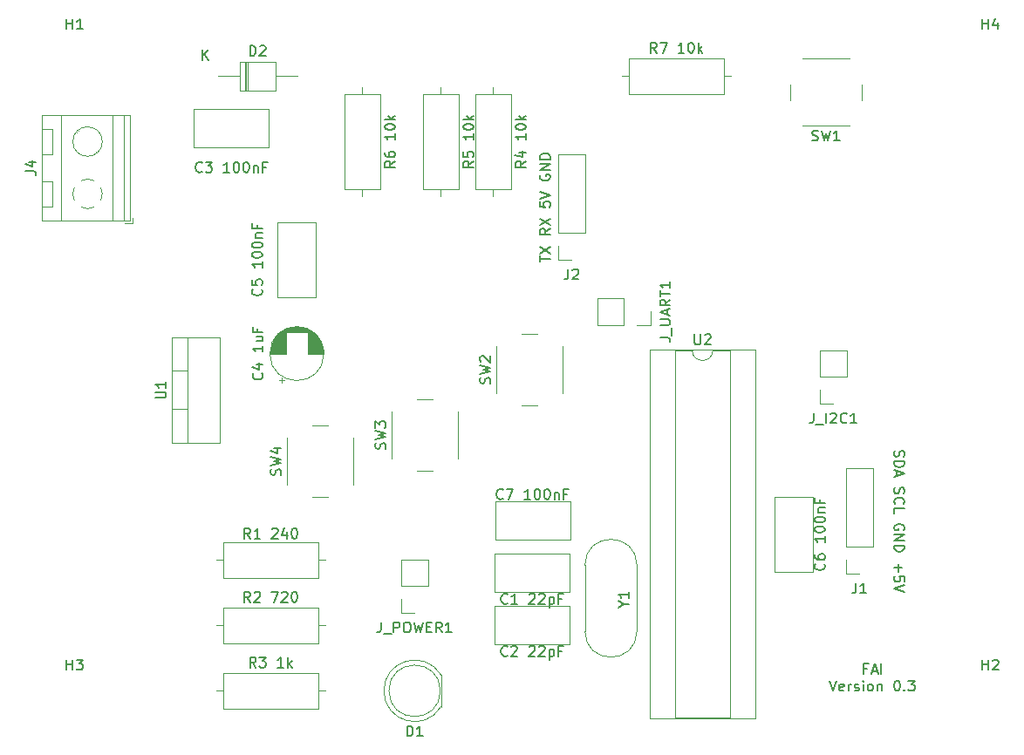
<source format=gbr>
%TF.GenerationSoftware,KiCad,Pcbnew,(5.1.6)-1*%
%TF.CreationDate,2020-10-24T11:54:38+02:00*%
%TF.ProjectId,Basic_Clock,42617369-635f-4436-9c6f-636b2e6b6963,rev?*%
%TF.SameCoordinates,Original*%
%TF.FileFunction,Legend,Top*%
%TF.FilePolarity,Positive*%
%FSLAX46Y46*%
G04 Gerber Fmt 4.6, Leading zero omitted, Abs format (unit mm)*
G04 Created by KiCad (PCBNEW (5.1.6)-1) date 2020-10-24 11:54:38*
%MOMM*%
%LPD*%
G01*
G04 APERTURE LIST*
%ADD10C,0.150000*%
%ADD11C,0.120000*%
G04 APERTURE END LIST*
D10*
X120245238Y-145614285D02*
X120197619Y-145757142D01*
X120197619Y-145995238D01*
X120245238Y-146090476D01*
X120292857Y-146138095D01*
X120388095Y-146185714D01*
X120483333Y-146185714D01*
X120578571Y-146138095D01*
X120626190Y-146090476D01*
X120673809Y-145995238D01*
X120721428Y-145804761D01*
X120769047Y-145709523D01*
X120816666Y-145661904D01*
X120911904Y-145614285D01*
X121007142Y-145614285D01*
X121102380Y-145661904D01*
X121150000Y-145709523D01*
X121197619Y-145804761D01*
X121197619Y-146042857D01*
X121150000Y-146185714D01*
X120197619Y-146614285D02*
X121197619Y-146614285D01*
X121197619Y-146852380D01*
X121150000Y-146995238D01*
X121054761Y-147090476D01*
X120959523Y-147138095D01*
X120769047Y-147185714D01*
X120626190Y-147185714D01*
X120435714Y-147138095D01*
X120340476Y-147090476D01*
X120245238Y-146995238D01*
X120197619Y-146852380D01*
X120197619Y-146614285D01*
X120483333Y-147566666D02*
X120483333Y-148042857D01*
X120197619Y-147471428D02*
X121197619Y-147804761D01*
X120197619Y-148138095D01*
X120245238Y-149185714D02*
X120197619Y-149328571D01*
X120197619Y-149566666D01*
X120245238Y-149661904D01*
X120292857Y-149709523D01*
X120388095Y-149757142D01*
X120483333Y-149757142D01*
X120578571Y-149709523D01*
X120626190Y-149661904D01*
X120673809Y-149566666D01*
X120721428Y-149376190D01*
X120769047Y-149280952D01*
X120816666Y-149233333D01*
X120911904Y-149185714D01*
X121007142Y-149185714D01*
X121102380Y-149233333D01*
X121150000Y-149280952D01*
X121197619Y-149376190D01*
X121197619Y-149614285D01*
X121150000Y-149757142D01*
X120292857Y-150757142D02*
X120245238Y-150709523D01*
X120197619Y-150566666D01*
X120197619Y-150471428D01*
X120245238Y-150328571D01*
X120340476Y-150233333D01*
X120435714Y-150185714D01*
X120626190Y-150138095D01*
X120769047Y-150138095D01*
X120959523Y-150185714D01*
X121054761Y-150233333D01*
X121150000Y-150328571D01*
X121197619Y-150471428D01*
X121197619Y-150566666D01*
X121150000Y-150709523D01*
X121102380Y-150757142D01*
X120197619Y-151661904D02*
X120197619Y-151185714D01*
X121197619Y-151185714D01*
X121150000Y-153280952D02*
X121197619Y-153185714D01*
X121197619Y-153042857D01*
X121150000Y-152900000D01*
X121054761Y-152804761D01*
X120959523Y-152757142D01*
X120769047Y-152709523D01*
X120626190Y-152709523D01*
X120435714Y-152757142D01*
X120340476Y-152804761D01*
X120245238Y-152900000D01*
X120197619Y-153042857D01*
X120197619Y-153138095D01*
X120245238Y-153280952D01*
X120292857Y-153328571D01*
X120626190Y-153328571D01*
X120626190Y-153138095D01*
X120197619Y-153757142D02*
X121197619Y-153757142D01*
X120197619Y-154328571D01*
X121197619Y-154328571D01*
X120197619Y-154804761D02*
X121197619Y-154804761D01*
X121197619Y-155042857D01*
X121150000Y-155185714D01*
X121054761Y-155280952D01*
X120959523Y-155328571D01*
X120769047Y-155376190D01*
X120626190Y-155376190D01*
X120435714Y-155328571D01*
X120340476Y-155280952D01*
X120245238Y-155185714D01*
X120197619Y-155042857D01*
X120197619Y-154804761D01*
X120578571Y-156566666D02*
X120578571Y-157328571D01*
X120197619Y-156947619D02*
X120959523Y-156947619D01*
X121197619Y-158280952D02*
X121197619Y-157804761D01*
X120721428Y-157757142D01*
X120769047Y-157804761D01*
X120816666Y-157900000D01*
X120816666Y-158138095D01*
X120769047Y-158233333D01*
X120721428Y-158280952D01*
X120626190Y-158328571D01*
X120388095Y-158328571D01*
X120292857Y-158280952D01*
X120245238Y-158233333D01*
X120197619Y-158138095D01*
X120197619Y-157900000D01*
X120245238Y-157804761D01*
X120292857Y-157757142D01*
X121197619Y-158614285D02*
X120197619Y-158947619D01*
X121197619Y-159280952D01*
X117586190Y-166743571D02*
X117252857Y-166743571D01*
X117252857Y-167267380D02*
X117252857Y-166267380D01*
X117729047Y-166267380D01*
X118062380Y-166981666D02*
X118538571Y-166981666D01*
X117967142Y-167267380D02*
X118300476Y-166267380D01*
X118633809Y-167267380D01*
X118967142Y-167267380D02*
X118967142Y-166267380D01*
X113919523Y-167917380D02*
X114252857Y-168917380D01*
X114586190Y-167917380D01*
X115300476Y-168869761D02*
X115205238Y-168917380D01*
X115014761Y-168917380D01*
X114919523Y-168869761D01*
X114871904Y-168774523D01*
X114871904Y-168393571D01*
X114919523Y-168298333D01*
X115014761Y-168250714D01*
X115205238Y-168250714D01*
X115300476Y-168298333D01*
X115348095Y-168393571D01*
X115348095Y-168488809D01*
X114871904Y-168584047D01*
X115776666Y-168917380D02*
X115776666Y-168250714D01*
X115776666Y-168441190D02*
X115824285Y-168345952D01*
X115871904Y-168298333D01*
X115967142Y-168250714D01*
X116062380Y-168250714D01*
X116348095Y-168869761D02*
X116443333Y-168917380D01*
X116633809Y-168917380D01*
X116729047Y-168869761D01*
X116776666Y-168774523D01*
X116776666Y-168726904D01*
X116729047Y-168631666D01*
X116633809Y-168584047D01*
X116490952Y-168584047D01*
X116395714Y-168536428D01*
X116348095Y-168441190D01*
X116348095Y-168393571D01*
X116395714Y-168298333D01*
X116490952Y-168250714D01*
X116633809Y-168250714D01*
X116729047Y-168298333D01*
X117205238Y-168917380D02*
X117205238Y-168250714D01*
X117205238Y-167917380D02*
X117157619Y-167965000D01*
X117205238Y-168012619D01*
X117252857Y-167965000D01*
X117205238Y-167917380D01*
X117205238Y-168012619D01*
X117824285Y-168917380D02*
X117729047Y-168869761D01*
X117681428Y-168822142D01*
X117633809Y-168726904D01*
X117633809Y-168441190D01*
X117681428Y-168345952D01*
X117729047Y-168298333D01*
X117824285Y-168250714D01*
X117967142Y-168250714D01*
X118062380Y-168298333D01*
X118110000Y-168345952D01*
X118157619Y-168441190D01*
X118157619Y-168726904D01*
X118110000Y-168822142D01*
X118062380Y-168869761D01*
X117967142Y-168917380D01*
X117824285Y-168917380D01*
X118586190Y-168250714D02*
X118586190Y-168917380D01*
X118586190Y-168345952D02*
X118633809Y-168298333D01*
X118729047Y-168250714D01*
X118871904Y-168250714D01*
X118967142Y-168298333D01*
X119014761Y-168393571D01*
X119014761Y-168917380D01*
X120443333Y-167917380D02*
X120538571Y-167917380D01*
X120633809Y-167965000D01*
X120681428Y-168012619D01*
X120729047Y-168107857D01*
X120776666Y-168298333D01*
X120776666Y-168536428D01*
X120729047Y-168726904D01*
X120681428Y-168822142D01*
X120633809Y-168869761D01*
X120538571Y-168917380D01*
X120443333Y-168917380D01*
X120348095Y-168869761D01*
X120300476Y-168822142D01*
X120252857Y-168726904D01*
X120205238Y-168536428D01*
X120205238Y-168298333D01*
X120252857Y-168107857D01*
X120300476Y-168012619D01*
X120348095Y-167965000D01*
X120443333Y-167917380D01*
X121205238Y-168822142D02*
X121252857Y-168869761D01*
X121205238Y-168917380D01*
X121157619Y-168869761D01*
X121205238Y-168822142D01*
X121205238Y-168917380D01*
X121586190Y-167917380D02*
X122205238Y-167917380D01*
X121871904Y-168298333D01*
X122014761Y-168298333D01*
X122110000Y-168345952D01*
X122157619Y-168393571D01*
X122205238Y-168488809D01*
X122205238Y-168726904D01*
X122157619Y-168822142D01*
X122110000Y-168869761D01*
X122014761Y-168917380D01*
X121729047Y-168917380D01*
X121633809Y-168869761D01*
X121586190Y-168822142D01*
X85812380Y-127229523D02*
X85812380Y-126658095D01*
X86812380Y-126943809D02*
X85812380Y-126943809D01*
X85812380Y-126420000D02*
X86812380Y-125753333D01*
X85812380Y-125753333D02*
X86812380Y-126420000D01*
X86812380Y-124039047D02*
X86336190Y-124372380D01*
X86812380Y-124610476D02*
X85812380Y-124610476D01*
X85812380Y-124229523D01*
X85860000Y-124134285D01*
X85907619Y-124086666D01*
X86002857Y-124039047D01*
X86145714Y-124039047D01*
X86240952Y-124086666D01*
X86288571Y-124134285D01*
X86336190Y-124229523D01*
X86336190Y-124610476D01*
X85812380Y-123705714D02*
X86812380Y-123039047D01*
X85812380Y-123039047D02*
X86812380Y-123705714D01*
X85812380Y-121420000D02*
X85812380Y-121896190D01*
X86288571Y-121943809D01*
X86240952Y-121896190D01*
X86193333Y-121800952D01*
X86193333Y-121562857D01*
X86240952Y-121467619D01*
X86288571Y-121420000D01*
X86383809Y-121372380D01*
X86621904Y-121372380D01*
X86717142Y-121420000D01*
X86764761Y-121467619D01*
X86812380Y-121562857D01*
X86812380Y-121800952D01*
X86764761Y-121896190D01*
X86717142Y-121943809D01*
X85812380Y-121086666D02*
X86812380Y-120753333D01*
X85812380Y-120420000D01*
X85860000Y-118800952D02*
X85812380Y-118896190D01*
X85812380Y-119039047D01*
X85860000Y-119181904D01*
X85955238Y-119277142D01*
X86050476Y-119324761D01*
X86240952Y-119372380D01*
X86383809Y-119372380D01*
X86574285Y-119324761D01*
X86669523Y-119277142D01*
X86764761Y-119181904D01*
X86812380Y-119039047D01*
X86812380Y-118943809D01*
X86764761Y-118800952D01*
X86717142Y-118753333D01*
X86383809Y-118753333D01*
X86383809Y-118943809D01*
X86812380Y-118324761D02*
X85812380Y-118324761D01*
X86812380Y-117753333D01*
X85812380Y-117753333D01*
X86812380Y-117277142D02*
X85812380Y-117277142D01*
X85812380Y-117039047D01*
X85860000Y-116896190D01*
X85955238Y-116800952D01*
X86050476Y-116753333D01*
X86240952Y-116705714D01*
X86383809Y-116705714D01*
X86574285Y-116753333D01*
X86669523Y-116800952D01*
X86764761Y-116896190D01*
X86812380Y-117039047D01*
X86812380Y-117277142D01*
D11*
%TO.C,J_UART1*%
X93980000Y-130750000D02*
X93980000Y-133410000D01*
X93980000Y-130750000D02*
X91380000Y-130750000D01*
X91380000Y-130750000D02*
X91380000Y-133410000D01*
X93980000Y-133410000D02*
X91380000Y-133410000D01*
X96580000Y-133410000D02*
X95250000Y-133410000D01*
X96580000Y-132080000D02*
X96580000Y-133410000D01*
%TO.C,J_POWER1*%
X74990000Y-158750000D02*
X72330000Y-158750000D01*
X74990000Y-158750000D02*
X74990000Y-156150000D01*
X74990000Y-156150000D02*
X72330000Y-156150000D01*
X72330000Y-158750000D02*
X72330000Y-156150000D01*
X72330000Y-161350000D02*
X72330000Y-160020000D01*
X73660000Y-161350000D02*
X72330000Y-161350000D01*
%TO.C,J_I2C1*%
X115630000Y-138430000D02*
X112970000Y-138430000D01*
X115630000Y-138430000D02*
X115630000Y-135830000D01*
X115630000Y-135830000D02*
X112970000Y-135830000D01*
X112970000Y-138430000D02*
X112970000Y-135830000D01*
X112970000Y-141030000D02*
X112970000Y-139700000D01*
X114300000Y-141030000D02*
X112970000Y-141030000D01*
%TO.C,C5 100nF*%
X60360000Y-130660000D02*
X60360000Y-123420000D01*
X64100000Y-130660000D02*
X64100000Y-123420000D01*
X60360000Y-130660000D02*
X64100000Y-130660000D01*
X60360000Y-123420000D02*
X64100000Y-123420000D01*
%TO.C,SW4*%
X65230000Y-143110000D02*
X63730000Y-143110000D01*
X61230000Y-144360000D02*
X61230000Y-148860000D01*
X63730000Y-150110000D02*
X65230000Y-150110000D01*
X67730000Y-148860000D02*
X67730000Y-144360000D01*
%TO.C,J2*%
X90230000Y-124460000D02*
X87570000Y-124460000D01*
X90230000Y-124460000D02*
X90230000Y-116780000D01*
X90230000Y-116780000D02*
X87570000Y-116780000D01*
X87570000Y-124460000D02*
X87570000Y-116780000D01*
X87570000Y-127060000D02*
X87570000Y-125730000D01*
X88900000Y-127060000D02*
X87570000Y-127060000D01*
%TO.C,J1*%
X118170000Y-154940000D02*
X115510000Y-154940000D01*
X118170000Y-154940000D02*
X118170000Y-147260000D01*
X118170000Y-147260000D02*
X115510000Y-147260000D01*
X115510000Y-154940000D02*
X115510000Y-147260000D01*
X115510000Y-157540000D02*
X115510000Y-156210000D01*
X116840000Y-157540000D02*
X115510000Y-157540000D01*
%TO.C,Y1*%
X95235000Y-156720000D02*
X95235000Y-163120000D01*
X90185000Y-156720000D02*
X90185000Y-163120000D01*
X90185000Y-163120000D02*
G75*
G03*
X95235000Y-163120000I2525000J0D01*
G01*
X90185000Y-156720000D02*
G75*
G02*
X95235000Y-156720000I2525000J0D01*
G01*
%TO.C,U1*%
X50070000Y-144820000D02*
X50070000Y-134580000D01*
X54711000Y-144820000D02*
X54711000Y-134580000D01*
X50070000Y-144820000D02*
X54711000Y-144820000D01*
X50070000Y-134580000D02*
X54711000Y-134580000D01*
X51580000Y-144820000D02*
X51580000Y-134580000D01*
X50070000Y-141550000D02*
X51580000Y-141550000D01*
X50070000Y-137849000D02*
X51580000Y-137849000D01*
%TO.C,SW3*%
X77890000Y-146320000D02*
X77890000Y-141820000D01*
X73890000Y-147570000D02*
X75390000Y-147570000D01*
X71390000Y-141820000D02*
X71390000Y-146320000D01*
X75390000Y-140570000D02*
X73890000Y-140570000D01*
%TO.C,SW2*%
X88050000Y-139970000D02*
X88050000Y-135470000D01*
X84050000Y-141220000D02*
X85550000Y-141220000D01*
X81550000Y-135470000D02*
X81550000Y-139970000D01*
X85550000Y-134220000D02*
X84050000Y-134220000D01*
%TO.C,SW1*%
X115840000Y-107530000D02*
X111340000Y-107530000D01*
X117090000Y-111530000D02*
X117090000Y-110030000D01*
X111340000Y-114030000D02*
X115840000Y-114030000D01*
X110090000Y-110030000D02*
X110090000Y-111530000D01*
%TO.C,D1*%
X76220000Y-170455000D02*
X76220000Y-167365000D01*
X76160000Y-168910000D02*
G75*
G03*
X76160000Y-168910000I-2500000J0D01*
G01*
X70670000Y-168910462D02*
G75*
G02*
X76220000Y-167365170I2990000J462D01*
G01*
X70670000Y-168909538D02*
G75*
G03*
X76220000Y-170454830I2990000J-462D01*
G01*
%TO.C,C1 22pF*%
X81430000Y-155610000D02*
X88670000Y-155610000D01*
X81430000Y-159350000D02*
X88670000Y-159350000D01*
X81430000Y-155610000D02*
X81430000Y-159350000D01*
X88670000Y-155610000D02*
X88670000Y-159350000D01*
%TO.C,C2 22pF*%
X88670000Y-160690000D02*
X88670000Y-164430000D01*
X81430000Y-160690000D02*
X81430000Y-164430000D01*
X81430000Y-164430000D02*
X88670000Y-164430000D01*
X81430000Y-160690000D02*
X88670000Y-160690000D01*
%TO.C,C3 100nF*%
X59460000Y-112430000D02*
X59460000Y-116170000D01*
X52220000Y-112430000D02*
X52220000Y-116170000D01*
X52220000Y-116170000D02*
X59460000Y-116170000D01*
X52220000Y-112430000D02*
X59460000Y-112430000D01*
%TO.C,C4 1uF*%
X60505000Y-138714775D02*
X61005000Y-138714775D01*
X60755000Y-138964775D02*
X60755000Y-138464775D01*
X61946000Y-133559000D02*
X62514000Y-133559000D01*
X61712000Y-133599000D02*
X62748000Y-133599000D01*
X61553000Y-133639000D02*
X62907000Y-133639000D01*
X61425000Y-133679000D02*
X63035000Y-133679000D01*
X61315000Y-133719000D02*
X63145000Y-133719000D01*
X61219000Y-133759000D02*
X63241000Y-133759000D01*
X61132000Y-133799000D02*
X63328000Y-133799000D01*
X61052000Y-133839000D02*
X63408000Y-133839000D01*
X60979000Y-133879000D02*
X63481000Y-133879000D01*
X60911000Y-133919000D02*
X63549000Y-133919000D01*
X60847000Y-133959000D02*
X63613000Y-133959000D01*
X60787000Y-133999000D02*
X63673000Y-133999000D01*
X60730000Y-134039000D02*
X63730000Y-134039000D01*
X60676000Y-134079000D02*
X63784000Y-134079000D01*
X60625000Y-134119000D02*
X63835000Y-134119000D01*
X63270000Y-134159000D02*
X63883000Y-134159000D01*
X60577000Y-134159000D02*
X61190000Y-134159000D01*
X63270000Y-134199000D02*
X63929000Y-134199000D01*
X60531000Y-134199000D02*
X61190000Y-134199000D01*
X63270000Y-134239000D02*
X63973000Y-134239000D01*
X60487000Y-134239000D02*
X61190000Y-134239000D01*
X63270000Y-134279000D02*
X64015000Y-134279000D01*
X60445000Y-134279000D02*
X61190000Y-134279000D01*
X63270000Y-134319000D02*
X64056000Y-134319000D01*
X60404000Y-134319000D02*
X61190000Y-134319000D01*
X63270000Y-134359000D02*
X64094000Y-134359000D01*
X60366000Y-134359000D02*
X61190000Y-134359000D01*
X63270000Y-134399000D02*
X64131000Y-134399000D01*
X60329000Y-134399000D02*
X61190000Y-134399000D01*
X63270000Y-134439000D02*
X64167000Y-134439000D01*
X60293000Y-134439000D02*
X61190000Y-134439000D01*
X63270000Y-134479000D02*
X64201000Y-134479000D01*
X60259000Y-134479000D02*
X61190000Y-134479000D01*
X63270000Y-134519000D02*
X64234000Y-134519000D01*
X60226000Y-134519000D02*
X61190000Y-134519000D01*
X63270000Y-134559000D02*
X64265000Y-134559000D01*
X60195000Y-134559000D02*
X61190000Y-134559000D01*
X63270000Y-134599000D02*
X64295000Y-134599000D01*
X60165000Y-134599000D02*
X61190000Y-134599000D01*
X63270000Y-134639000D02*
X64325000Y-134639000D01*
X60135000Y-134639000D02*
X61190000Y-134639000D01*
X63270000Y-134679000D02*
X64352000Y-134679000D01*
X60108000Y-134679000D02*
X61190000Y-134679000D01*
X63270000Y-134719000D02*
X64379000Y-134719000D01*
X60081000Y-134719000D02*
X61190000Y-134719000D01*
X63270000Y-134759000D02*
X64405000Y-134759000D01*
X60055000Y-134759000D02*
X61190000Y-134759000D01*
X63270000Y-134799000D02*
X64430000Y-134799000D01*
X60030000Y-134799000D02*
X61190000Y-134799000D01*
X63270000Y-134839000D02*
X64454000Y-134839000D01*
X60006000Y-134839000D02*
X61190000Y-134839000D01*
X63270000Y-134879000D02*
X64477000Y-134879000D01*
X59983000Y-134879000D02*
X61190000Y-134879000D01*
X63270000Y-134919000D02*
X64498000Y-134919000D01*
X59962000Y-134919000D02*
X61190000Y-134919000D01*
X63270000Y-134959000D02*
X64520000Y-134959000D01*
X59940000Y-134959000D02*
X61190000Y-134959000D01*
X63270000Y-134999000D02*
X64540000Y-134999000D01*
X59920000Y-134999000D02*
X61190000Y-134999000D01*
X63270000Y-135039000D02*
X64559000Y-135039000D01*
X59901000Y-135039000D02*
X61190000Y-135039000D01*
X63270000Y-135079000D02*
X64578000Y-135079000D01*
X59882000Y-135079000D02*
X61190000Y-135079000D01*
X63270000Y-135119000D02*
X64595000Y-135119000D01*
X59865000Y-135119000D02*
X61190000Y-135119000D01*
X63270000Y-135159000D02*
X64612000Y-135159000D01*
X59848000Y-135159000D02*
X61190000Y-135159000D01*
X63270000Y-135199000D02*
X64628000Y-135199000D01*
X59832000Y-135199000D02*
X61190000Y-135199000D01*
X63270000Y-135239000D02*
X64644000Y-135239000D01*
X59816000Y-135239000D02*
X61190000Y-135239000D01*
X63270000Y-135279000D02*
X64658000Y-135279000D01*
X59802000Y-135279000D02*
X61190000Y-135279000D01*
X63270000Y-135319000D02*
X64672000Y-135319000D01*
X59788000Y-135319000D02*
X61190000Y-135319000D01*
X63270000Y-135359000D02*
X64685000Y-135359000D01*
X59775000Y-135359000D02*
X61190000Y-135359000D01*
X63270000Y-135399000D02*
X64698000Y-135399000D01*
X59762000Y-135399000D02*
X61190000Y-135399000D01*
X63270000Y-135439000D02*
X64710000Y-135439000D01*
X59750000Y-135439000D02*
X61190000Y-135439000D01*
X63270000Y-135480000D02*
X64721000Y-135480000D01*
X59739000Y-135480000D02*
X61190000Y-135480000D01*
X63270000Y-135520000D02*
X64731000Y-135520000D01*
X59729000Y-135520000D02*
X61190000Y-135520000D01*
X63270000Y-135560000D02*
X64741000Y-135560000D01*
X59719000Y-135560000D02*
X61190000Y-135560000D01*
X63270000Y-135600000D02*
X64750000Y-135600000D01*
X59710000Y-135600000D02*
X61190000Y-135600000D01*
X63270000Y-135640000D02*
X64758000Y-135640000D01*
X59702000Y-135640000D02*
X61190000Y-135640000D01*
X63270000Y-135680000D02*
X64766000Y-135680000D01*
X59694000Y-135680000D02*
X61190000Y-135680000D01*
X63270000Y-135720000D02*
X64773000Y-135720000D01*
X59687000Y-135720000D02*
X61190000Y-135720000D01*
X63270000Y-135760000D02*
X64780000Y-135760000D01*
X59680000Y-135760000D02*
X61190000Y-135760000D01*
X63270000Y-135800000D02*
X64786000Y-135800000D01*
X59674000Y-135800000D02*
X61190000Y-135800000D01*
X63270000Y-135840000D02*
X64791000Y-135840000D01*
X59669000Y-135840000D02*
X61190000Y-135840000D01*
X63270000Y-135880000D02*
X64795000Y-135880000D01*
X59665000Y-135880000D02*
X61190000Y-135880000D01*
X63270000Y-135920000D02*
X64799000Y-135920000D01*
X59661000Y-135920000D02*
X61190000Y-135920000D01*
X63270000Y-135960000D02*
X64803000Y-135960000D01*
X59657000Y-135960000D02*
X61190000Y-135960000D01*
X63270000Y-136000000D02*
X64806000Y-136000000D01*
X59654000Y-136000000D02*
X61190000Y-136000000D01*
X63270000Y-136040000D02*
X64808000Y-136040000D01*
X59652000Y-136040000D02*
X61190000Y-136040000D01*
X63270000Y-136080000D02*
X64809000Y-136080000D01*
X59651000Y-136080000D02*
X61190000Y-136080000D01*
X59650000Y-136120000D02*
X61190000Y-136120000D01*
X63270000Y-136120000D02*
X64810000Y-136120000D01*
X59650000Y-136160000D02*
X61190000Y-136160000D01*
X63270000Y-136160000D02*
X64810000Y-136160000D01*
X64850000Y-136160000D02*
G75*
G03*
X64850000Y-136160000I-2620000J0D01*
G01*
%TO.C,C6 100nF*%
X108620000Y-150090000D02*
X112360000Y-150090000D01*
X108620000Y-157330000D02*
X112360000Y-157330000D01*
X112360000Y-157330000D02*
X112360000Y-150090000D01*
X108620000Y-157330000D02*
X108620000Y-150090000D01*
%TO.C,C7 100nF*%
X88750000Y-154270000D02*
X81510000Y-154270000D01*
X88750000Y-150530000D02*
X81510000Y-150530000D01*
X88750000Y-154270000D02*
X88750000Y-150530000D01*
X81510000Y-154270000D02*
X81510000Y-150530000D01*
%TO.C,U2*%
X106740000Y-135770000D02*
X96460000Y-135770000D01*
X106740000Y-171570000D02*
X106740000Y-135770000D01*
X96460000Y-171570000D02*
X106740000Y-171570000D01*
X96460000Y-135770000D02*
X96460000Y-171570000D01*
X104250000Y-135830000D02*
X102600000Y-135830000D01*
X104250000Y-171510000D02*
X104250000Y-135830000D01*
X98950000Y-171510000D02*
X104250000Y-171510000D01*
X98950000Y-135830000D02*
X98950000Y-171510000D01*
X100600000Y-135830000D02*
X98950000Y-135830000D01*
X102600000Y-135830000D02*
G75*
G02*
X100600000Y-135830000I-1000000J0D01*
G01*
%TO.C,D2*%
X57180000Y-107800000D02*
X57180000Y-110640000D01*
X57420000Y-107800000D02*
X57420000Y-110640000D01*
X57300000Y-107800000D02*
X57300000Y-110640000D01*
X62260000Y-109220000D02*
X60140000Y-109220000D01*
X54580000Y-109220000D02*
X56700000Y-109220000D01*
X60140000Y-107800000D02*
X56700000Y-107800000D01*
X60140000Y-110640000D02*
X60140000Y-107800000D01*
X56700000Y-110640000D02*
X60140000Y-110640000D01*
X56700000Y-107800000D02*
X56700000Y-110640000D01*
%TO.C,R1 240*%
X64310000Y-157930000D02*
X64310000Y-154490000D01*
X64310000Y-154490000D02*
X55070000Y-154490000D01*
X55070000Y-154490000D02*
X55070000Y-157930000D01*
X55070000Y-157930000D02*
X64310000Y-157930000D01*
X65000000Y-156210000D02*
X64310000Y-156210000D01*
X54380000Y-156210000D02*
X55070000Y-156210000D01*
%TO.C,R2 720*%
X65000000Y-162560000D02*
X64310000Y-162560000D01*
X54380000Y-162560000D02*
X55070000Y-162560000D01*
X64310000Y-160840000D02*
X55070000Y-160840000D01*
X64310000Y-164280000D02*
X64310000Y-160840000D01*
X55070000Y-164280000D02*
X64310000Y-164280000D01*
X55070000Y-160840000D02*
X55070000Y-164280000D01*
%TO.C,R3 1k*%
X55070000Y-167190000D02*
X55070000Y-170630000D01*
X55070000Y-170630000D02*
X64310000Y-170630000D01*
X64310000Y-170630000D02*
X64310000Y-167190000D01*
X64310000Y-167190000D02*
X55070000Y-167190000D01*
X54380000Y-168910000D02*
X55070000Y-168910000D01*
X65000000Y-168910000D02*
X64310000Y-168910000D01*
%TO.C,R4 10k*%
X81280000Y-120880000D02*
X81280000Y-120190000D01*
X81280000Y-110260000D02*
X81280000Y-110950000D01*
X83000000Y-120190000D02*
X83000000Y-110950000D01*
X79560000Y-120190000D02*
X83000000Y-120190000D01*
X79560000Y-110950000D02*
X79560000Y-120190000D01*
X83000000Y-110950000D02*
X79560000Y-110950000D01*
%TO.C,R5 10k*%
X77920000Y-110950000D02*
X74480000Y-110950000D01*
X74480000Y-110950000D02*
X74480000Y-120190000D01*
X74480000Y-120190000D02*
X77920000Y-120190000D01*
X77920000Y-120190000D02*
X77920000Y-110950000D01*
X76200000Y-110260000D02*
X76200000Y-110950000D01*
X76200000Y-120880000D02*
X76200000Y-120190000D01*
%TO.C,R6 10k*%
X68580000Y-120880000D02*
X68580000Y-120190000D01*
X68580000Y-110260000D02*
X68580000Y-110950000D01*
X70300000Y-120190000D02*
X70300000Y-110950000D01*
X66860000Y-120190000D02*
X70300000Y-120190000D01*
X66860000Y-110950000D02*
X66860000Y-120190000D01*
X70300000Y-110950000D02*
X66860000Y-110950000D01*
%TO.C,J4*%
X43340000Y-115570000D02*
G75*
G03*
X43340000Y-115570000I-1430000J0D01*
G01*
X45460000Y-123250000D02*
X45460000Y-112970000D01*
X44360000Y-123250000D02*
X44360000Y-112970000D01*
X39360000Y-123250000D02*
X39360000Y-112970000D01*
X37450000Y-123250000D02*
X37450000Y-112970000D01*
X46020000Y-123250000D02*
X46020000Y-112970000D01*
X37450000Y-123250000D02*
X46020000Y-123250000D01*
X37450000Y-112970000D02*
X46020000Y-112970000D01*
X37510000Y-121900000D02*
X37510000Y-119400000D01*
X38510000Y-121900000D02*
X38510000Y-119400000D01*
X37510000Y-121900000D02*
X38510000Y-121900000D01*
X37510000Y-119400000D02*
X38510000Y-119400000D01*
X41000000Y-114485000D02*
X41059000Y-114545000D01*
X42955000Y-116440000D02*
X42995000Y-116480000D01*
X40825000Y-114659000D02*
X40865000Y-114699000D01*
X42760000Y-116594000D02*
X42820000Y-116654000D01*
X37510000Y-116820000D02*
X37510000Y-114320000D01*
X38510000Y-116820000D02*
X38510000Y-114320000D01*
X37510000Y-116820000D02*
X38510000Y-116820000D01*
X37510000Y-114320000D02*
X38510000Y-114320000D01*
X45520000Y-123490000D02*
X46260000Y-123490000D01*
X46260000Y-123490000D02*
X46260000Y-122990000D01*
X43195275Y-120023129D02*
G75*
G02*
X43340000Y-120650000I-1285275J-626871D01*
G01*
X41282638Y-119364176D02*
G75*
G02*
X42537000Y-119364000I627362J-1285824D01*
G01*
X40624176Y-121277362D02*
G75*
G02*
X40624000Y-120023000I1285824J627362D01*
G01*
X42536746Y-121936611D02*
G75*
G02*
X41282000Y-121936000I-626746J1286611D01*
G01*
X43340940Y-120625720D02*
G75*
G02*
X43196000Y-121278000I-1430940J-24280D01*
G01*
%TO.C,R7 10k*%
X94440000Y-107500000D02*
X94440000Y-110940000D01*
X94440000Y-110940000D02*
X103680000Y-110940000D01*
X103680000Y-110940000D02*
X103680000Y-107500000D01*
X103680000Y-107500000D02*
X94440000Y-107500000D01*
X93750000Y-109220000D02*
X94440000Y-109220000D01*
X104370000Y-109220000D02*
X103680000Y-109220000D01*
%TO.C,J_UART1*%
D10*
X97472380Y-134627619D02*
X98186666Y-134627619D01*
X98329523Y-134675238D01*
X98424761Y-134770476D01*
X98472380Y-134913333D01*
X98472380Y-135008571D01*
X98567619Y-134389523D02*
X98567619Y-133627619D01*
X97472380Y-133389523D02*
X98281904Y-133389523D01*
X98377142Y-133341904D01*
X98424761Y-133294285D01*
X98472380Y-133199047D01*
X98472380Y-133008571D01*
X98424761Y-132913333D01*
X98377142Y-132865714D01*
X98281904Y-132818095D01*
X97472380Y-132818095D01*
X98186666Y-132389523D02*
X98186666Y-131913333D01*
X98472380Y-132484761D02*
X97472380Y-132151428D01*
X98472380Y-131818095D01*
X98472380Y-130913333D02*
X97996190Y-131246666D01*
X98472380Y-131484761D02*
X97472380Y-131484761D01*
X97472380Y-131103809D01*
X97520000Y-131008571D01*
X97567619Y-130960952D01*
X97662857Y-130913333D01*
X97805714Y-130913333D01*
X97900952Y-130960952D01*
X97948571Y-131008571D01*
X97996190Y-131103809D01*
X97996190Y-131484761D01*
X97472380Y-130627619D02*
X97472380Y-130056190D01*
X98472380Y-130341904D02*
X97472380Y-130341904D01*
X98472380Y-129199047D02*
X98472380Y-129770476D01*
X98472380Y-129484761D02*
X97472380Y-129484761D01*
X97615238Y-129580000D01*
X97710476Y-129675238D01*
X97758095Y-129770476D01*
%TO.C,J_POWER1*%
X70398095Y-162242380D02*
X70398095Y-162956666D01*
X70350476Y-163099523D01*
X70255238Y-163194761D01*
X70112380Y-163242380D01*
X70017142Y-163242380D01*
X70636190Y-163337619D02*
X71398095Y-163337619D01*
X71636190Y-163242380D02*
X71636190Y-162242380D01*
X72017142Y-162242380D01*
X72112380Y-162290000D01*
X72160000Y-162337619D01*
X72207619Y-162432857D01*
X72207619Y-162575714D01*
X72160000Y-162670952D01*
X72112380Y-162718571D01*
X72017142Y-162766190D01*
X71636190Y-162766190D01*
X72826666Y-162242380D02*
X73017142Y-162242380D01*
X73112380Y-162290000D01*
X73207619Y-162385238D01*
X73255238Y-162575714D01*
X73255238Y-162909047D01*
X73207619Y-163099523D01*
X73112380Y-163194761D01*
X73017142Y-163242380D01*
X72826666Y-163242380D01*
X72731428Y-163194761D01*
X72636190Y-163099523D01*
X72588571Y-162909047D01*
X72588571Y-162575714D01*
X72636190Y-162385238D01*
X72731428Y-162290000D01*
X72826666Y-162242380D01*
X73588571Y-162242380D02*
X73826666Y-163242380D01*
X74017142Y-162528095D01*
X74207619Y-163242380D01*
X74445714Y-162242380D01*
X74826666Y-162718571D02*
X75160000Y-162718571D01*
X75302857Y-163242380D02*
X74826666Y-163242380D01*
X74826666Y-162242380D01*
X75302857Y-162242380D01*
X76302857Y-163242380D02*
X75969523Y-162766190D01*
X75731428Y-163242380D02*
X75731428Y-162242380D01*
X76112380Y-162242380D01*
X76207619Y-162290000D01*
X76255238Y-162337619D01*
X76302857Y-162432857D01*
X76302857Y-162575714D01*
X76255238Y-162670952D01*
X76207619Y-162718571D01*
X76112380Y-162766190D01*
X75731428Y-162766190D01*
X77255238Y-163242380D02*
X76683809Y-163242380D01*
X76969523Y-163242380D02*
X76969523Y-162242380D01*
X76874285Y-162385238D01*
X76779047Y-162480476D01*
X76683809Y-162528095D01*
%TO.C,J_I2C1*%
X112371428Y-141922380D02*
X112371428Y-142636666D01*
X112323809Y-142779523D01*
X112228571Y-142874761D01*
X112085714Y-142922380D01*
X111990476Y-142922380D01*
X112609523Y-143017619D02*
X113371428Y-143017619D01*
X113609523Y-142922380D02*
X113609523Y-141922380D01*
X114038095Y-142017619D02*
X114085714Y-141970000D01*
X114180952Y-141922380D01*
X114419047Y-141922380D01*
X114514285Y-141970000D01*
X114561904Y-142017619D01*
X114609523Y-142112857D01*
X114609523Y-142208095D01*
X114561904Y-142350952D01*
X113990476Y-142922380D01*
X114609523Y-142922380D01*
X115609523Y-142827142D02*
X115561904Y-142874761D01*
X115419047Y-142922380D01*
X115323809Y-142922380D01*
X115180952Y-142874761D01*
X115085714Y-142779523D01*
X115038095Y-142684285D01*
X114990476Y-142493809D01*
X114990476Y-142350952D01*
X115038095Y-142160476D01*
X115085714Y-142065238D01*
X115180952Y-141970000D01*
X115323809Y-141922380D01*
X115419047Y-141922380D01*
X115561904Y-141970000D01*
X115609523Y-142017619D01*
X116561904Y-142922380D02*
X115990476Y-142922380D01*
X116276190Y-142922380D02*
X116276190Y-141922380D01*
X116180952Y-142065238D01*
X116085714Y-142160476D01*
X115990476Y-142208095D01*
%TO.C,C5 100nF*%
X58777142Y-129897142D02*
X58824761Y-129944761D01*
X58872380Y-130087619D01*
X58872380Y-130182857D01*
X58824761Y-130325714D01*
X58729523Y-130420952D01*
X58634285Y-130468571D01*
X58443809Y-130516190D01*
X58300952Y-130516190D01*
X58110476Y-130468571D01*
X58015238Y-130420952D01*
X57920000Y-130325714D01*
X57872380Y-130182857D01*
X57872380Y-130087619D01*
X57920000Y-129944761D01*
X57967619Y-129897142D01*
X57872380Y-128992380D02*
X57872380Y-129468571D01*
X58348571Y-129516190D01*
X58300952Y-129468571D01*
X58253333Y-129373333D01*
X58253333Y-129135238D01*
X58300952Y-129040000D01*
X58348571Y-128992380D01*
X58443809Y-128944761D01*
X58681904Y-128944761D01*
X58777142Y-128992380D01*
X58824761Y-129040000D01*
X58872380Y-129135238D01*
X58872380Y-129373333D01*
X58824761Y-129468571D01*
X58777142Y-129516190D01*
X58872380Y-127230476D02*
X58872380Y-127801904D01*
X58872380Y-127516190D02*
X57872380Y-127516190D01*
X58015238Y-127611428D01*
X58110476Y-127706666D01*
X58158095Y-127801904D01*
X57872380Y-126611428D02*
X57872380Y-126516190D01*
X57920000Y-126420952D01*
X57967619Y-126373333D01*
X58062857Y-126325714D01*
X58253333Y-126278095D01*
X58491428Y-126278095D01*
X58681904Y-126325714D01*
X58777142Y-126373333D01*
X58824761Y-126420952D01*
X58872380Y-126516190D01*
X58872380Y-126611428D01*
X58824761Y-126706666D01*
X58777142Y-126754285D01*
X58681904Y-126801904D01*
X58491428Y-126849523D01*
X58253333Y-126849523D01*
X58062857Y-126801904D01*
X57967619Y-126754285D01*
X57920000Y-126706666D01*
X57872380Y-126611428D01*
X57872380Y-125659047D02*
X57872380Y-125563809D01*
X57920000Y-125468571D01*
X57967619Y-125420952D01*
X58062857Y-125373333D01*
X58253333Y-125325714D01*
X58491428Y-125325714D01*
X58681904Y-125373333D01*
X58777142Y-125420952D01*
X58824761Y-125468571D01*
X58872380Y-125563809D01*
X58872380Y-125659047D01*
X58824761Y-125754285D01*
X58777142Y-125801904D01*
X58681904Y-125849523D01*
X58491428Y-125897142D01*
X58253333Y-125897142D01*
X58062857Y-125849523D01*
X57967619Y-125801904D01*
X57920000Y-125754285D01*
X57872380Y-125659047D01*
X58205714Y-124897142D02*
X58872380Y-124897142D01*
X58300952Y-124897142D02*
X58253333Y-124849523D01*
X58205714Y-124754285D01*
X58205714Y-124611428D01*
X58253333Y-124516190D01*
X58348571Y-124468571D01*
X58872380Y-124468571D01*
X58348571Y-123659047D02*
X58348571Y-123992380D01*
X58872380Y-123992380D02*
X57872380Y-123992380D01*
X57872380Y-123516190D01*
%TO.C,SW4*%
X60634761Y-147943333D02*
X60682380Y-147800476D01*
X60682380Y-147562380D01*
X60634761Y-147467142D01*
X60587142Y-147419523D01*
X60491904Y-147371904D01*
X60396666Y-147371904D01*
X60301428Y-147419523D01*
X60253809Y-147467142D01*
X60206190Y-147562380D01*
X60158571Y-147752857D01*
X60110952Y-147848095D01*
X60063333Y-147895714D01*
X59968095Y-147943333D01*
X59872857Y-147943333D01*
X59777619Y-147895714D01*
X59730000Y-147848095D01*
X59682380Y-147752857D01*
X59682380Y-147514761D01*
X59730000Y-147371904D01*
X59682380Y-147038571D02*
X60682380Y-146800476D01*
X59968095Y-146610000D01*
X60682380Y-146419523D01*
X59682380Y-146181428D01*
X60015714Y-145371904D02*
X60682380Y-145371904D01*
X59634761Y-145610000D02*
X60349047Y-145848095D01*
X60349047Y-145229047D01*
%TO.C,J2*%
X88566666Y-127952380D02*
X88566666Y-128666666D01*
X88519047Y-128809523D01*
X88423809Y-128904761D01*
X88280952Y-128952380D01*
X88185714Y-128952380D01*
X88995238Y-128047619D02*
X89042857Y-128000000D01*
X89138095Y-127952380D01*
X89376190Y-127952380D01*
X89471428Y-128000000D01*
X89519047Y-128047619D01*
X89566666Y-128142857D01*
X89566666Y-128238095D01*
X89519047Y-128380952D01*
X88947619Y-128952380D01*
X89566666Y-128952380D01*
%TO.C,J1*%
X116506666Y-158432380D02*
X116506666Y-159146666D01*
X116459047Y-159289523D01*
X116363809Y-159384761D01*
X116220952Y-159432380D01*
X116125714Y-159432380D01*
X117506666Y-159432380D02*
X116935238Y-159432380D01*
X117220952Y-159432380D02*
X117220952Y-158432380D01*
X117125714Y-158575238D01*
X117030476Y-158670476D01*
X116935238Y-158718095D01*
%TO.C,Y1*%
X93956190Y-160496190D02*
X94432380Y-160496190D01*
X93432380Y-160829523D02*
X93956190Y-160496190D01*
X93432380Y-160162857D01*
X94432380Y-159305714D02*
X94432380Y-159877142D01*
X94432380Y-159591428D02*
X93432380Y-159591428D01*
X93575238Y-159686666D01*
X93670476Y-159781904D01*
X93718095Y-159877142D01*
%TO.C,U1*%
X48522380Y-140461904D02*
X49331904Y-140461904D01*
X49427142Y-140414285D01*
X49474761Y-140366666D01*
X49522380Y-140271428D01*
X49522380Y-140080952D01*
X49474761Y-139985714D01*
X49427142Y-139938095D01*
X49331904Y-139890476D01*
X48522380Y-139890476D01*
X49522380Y-138890476D02*
X49522380Y-139461904D01*
X49522380Y-139176190D02*
X48522380Y-139176190D01*
X48665238Y-139271428D01*
X48760476Y-139366666D01*
X48808095Y-139461904D01*
%TO.C,SW3*%
X70794761Y-145403333D02*
X70842380Y-145260476D01*
X70842380Y-145022380D01*
X70794761Y-144927142D01*
X70747142Y-144879523D01*
X70651904Y-144831904D01*
X70556666Y-144831904D01*
X70461428Y-144879523D01*
X70413809Y-144927142D01*
X70366190Y-145022380D01*
X70318571Y-145212857D01*
X70270952Y-145308095D01*
X70223333Y-145355714D01*
X70128095Y-145403333D01*
X70032857Y-145403333D01*
X69937619Y-145355714D01*
X69890000Y-145308095D01*
X69842380Y-145212857D01*
X69842380Y-144974761D01*
X69890000Y-144831904D01*
X69842380Y-144498571D02*
X70842380Y-144260476D01*
X70128095Y-144070000D01*
X70842380Y-143879523D01*
X69842380Y-143641428D01*
X69842380Y-143355714D02*
X69842380Y-142736666D01*
X70223333Y-143070000D01*
X70223333Y-142927142D01*
X70270952Y-142831904D01*
X70318571Y-142784285D01*
X70413809Y-142736666D01*
X70651904Y-142736666D01*
X70747142Y-142784285D01*
X70794761Y-142831904D01*
X70842380Y-142927142D01*
X70842380Y-143212857D01*
X70794761Y-143308095D01*
X70747142Y-143355714D01*
%TO.C,SW2*%
X80954761Y-139053333D02*
X81002380Y-138910476D01*
X81002380Y-138672380D01*
X80954761Y-138577142D01*
X80907142Y-138529523D01*
X80811904Y-138481904D01*
X80716666Y-138481904D01*
X80621428Y-138529523D01*
X80573809Y-138577142D01*
X80526190Y-138672380D01*
X80478571Y-138862857D01*
X80430952Y-138958095D01*
X80383333Y-139005714D01*
X80288095Y-139053333D01*
X80192857Y-139053333D01*
X80097619Y-139005714D01*
X80050000Y-138958095D01*
X80002380Y-138862857D01*
X80002380Y-138624761D01*
X80050000Y-138481904D01*
X80002380Y-138148571D02*
X81002380Y-137910476D01*
X80288095Y-137720000D01*
X81002380Y-137529523D01*
X80002380Y-137291428D01*
X80097619Y-136958095D02*
X80050000Y-136910476D01*
X80002380Y-136815238D01*
X80002380Y-136577142D01*
X80050000Y-136481904D01*
X80097619Y-136434285D01*
X80192857Y-136386666D01*
X80288095Y-136386666D01*
X80430952Y-136434285D01*
X81002380Y-137005714D01*
X81002380Y-136386666D01*
%TO.C,SW1*%
X112256666Y-115434761D02*
X112399523Y-115482380D01*
X112637619Y-115482380D01*
X112732857Y-115434761D01*
X112780476Y-115387142D01*
X112828095Y-115291904D01*
X112828095Y-115196666D01*
X112780476Y-115101428D01*
X112732857Y-115053809D01*
X112637619Y-115006190D01*
X112447142Y-114958571D01*
X112351904Y-114910952D01*
X112304285Y-114863333D01*
X112256666Y-114768095D01*
X112256666Y-114672857D01*
X112304285Y-114577619D01*
X112351904Y-114530000D01*
X112447142Y-114482380D01*
X112685238Y-114482380D01*
X112828095Y-114530000D01*
X113161428Y-114482380D02*
X113399523Y-115482380D01*
X113590000Y-114768095D01*
X113780476Y-115482380D01*
X114018571Y-114482380D01*
X114923333Y-115482380D02*
X114351904Y-115482380D01*
X114637619Y-115482380D02*
X114637619Y-114482380D01*
X114542380Y-114625238D01*
X114447142Y-114720476D01*
X114351904Y-114768095D01*
%TO.C,D1*%
X72921904Y-173322380D02*
X72921904Y-172322380D01*
X73160000Y-172322380D01*
X73302857Y-172370000D01*
X73398095Y-172465238D01*
X73445714Y-172560476D01*
X73493333Y-172750952D01*
X73493333Y-172893809D01*
X73445714Y-173084285D01*
X73398095Y-173179523D01*
X73302857Y-173274761D01*
X73160000Y-173322380D01*
X72921904Y-173322380D01*
X74445714Y-173322380D02*
X73874285Y-173322380D01*
X74160000Y-173322380D02*
X74160000Y-172322380D01*
X74064761Y-172465238D01*
X73969523Y-172560476D01*
X73874285Y-172608095D01*
%TO.C,C1 22pF*%
X82669047Y-160377142D02*
X82621428Y-160424761D01*
X82478571Y-160472380D01*
X82383333Y-160472380D01*
X82240476Y-160424761D01*
X82145238Y-160329523D01*
X82097619Y-160234285D01*
X82050000Y-160043809D01*
X82050000Y-159900952D01*
X82097619Y-159710476D01*
X82145238Y-159615238D01*
X82240476Y-159520000D01*
X82383333Y-159472380D01*
X82478571Y-159472380D01*
X82621428Y-159520000D01*
X82669047Y-159567619D01*
X83621428Y-160472380D02*
X83050000Y-160472380D01*
X83335714Y-160472380D02*
X83335714Y-159472380D01*
X83240476Y-159615238D01*
X83145238Y-159710476D01*
X83050000Y-159758095D01*
X84764285Y-159567619D02*
X84811904Y-159520000D01*
X84907142Y-159472380D01*
X85145238Y-159472380D01*
X85240476Y-159520000D01*
X85288095Y-159567619D01*
X85335714Y-159662857D01*
X85335714Y-159758095D01*
X85288095Y-159900952D01*
X84716666Y-160472380D01*
X85335714Y-160472380D01*
X85716666Y-159567619D02*
X85764285Y-159520000D01*
X85859523Y-159472380D01*
X86097619Y-159472380D01*
X86192857Y-159520000D01*
X86240476Y-159567619D01*
X86288095Y-159662857D01*
X86288095Y-159758095D01*
X86240476Y-159900952D01*
X85669047Y-160472380D01*
X86288095Y-160472380D01*
X86716666Y-159805714D02*
X86716666Y-160805714D01*
X86716666Y-159853333D02*
X86811904Y-159805714D01*
X87002380Y-159805714D01*
X87097619Y-159853333D01*
X87145238Y-159900952D01*
X87192857Y-159996190D01*
X87192857Y-160281904D01*
X87145238Y-160377142D01*
X87097619Y-160424761D01*
X87002380Y-160472380D01*
X86811904Y-160472380D01*
X86716666Y-160424761D01*
X87954761Y-159948571D02*
X87621428Y-159948571D01*
X87621428Y-160472380D02*
X87621428Y-159472380D01*
X88097619Y-159472380D01*
%TO.C,C2 22pF*%
X82669047Y-165457142D02*
X82621428Y-165504761D01*
X82478571Y-165552380D01*
X82383333Y-165552380D01*
X82240476Y-165504761D01*
X82145238Y-165409523D01*
X82097619Y-165314285D01*
X82050000Y-165123809D01*
X82050000Y-164980952D01*
X82097619Y-164790476D01*
X82145238Y-164695238D01*
X82240476Y-164600000D01*
X82383333Y-164552380D01*
X82478571Y-164552380D01*
X82621428Y-164600000D01*
X82669047Y-164647619D01*
X83050000Y-164647619D02*
X83097619Y-164600000D01*
X83192857Y-164552380D01*
X83430952Y-164552380D01*
X83526190Y-164600000D01*
X83573809Y-164647619D01*
X83621428Y-164742857D01*
X83621428Y-164838095D01*
X83573809Y-164980952D01*
X83002380Y-165552380D01*
X83621428Y-165552380D01*
X84764285Y-164647619D02*
X84811904Y-164600000D01*
X84907142Y-164552380D01*
X85145238Y-164552380D01*
X85240476Y-164600000D01*
X85288095Y-164647619D01*
X85335714Y-164742857D01*
X85335714Y-164838095D01*
X85288095Y-164980952D01*
X84716666Y-165552380D01*
X85335714Y-165552380D01*
X85716666Y-164647619D02*
X85764285Y-164600000D01*
X85859523Y-164552380D01*
X86097619Y-164552380D01*
X86192857Y-164600000D01*
X86240476Y-164647619D01*
X86288095Y-164742857D01*
X86288095Y-164838095D01*
X86240476Y-164980952D01*
X85669047Y-165552380D01*
X86288095Y-165552380D01*
X86716666Y-164885714D02*
X86716666Y-165885714D01*
X86716666Y-164933333D02*
X86811904Y-164885714D01*
X87002380Y-164885714D01*
X87097619Y-164933333D01*
X87145238Y-164980952D01*
X87192857Y-165076190D01*
X87192857Y-165361904D01*
X87145238Y-165457142D01*
X87097619Y-165504761D01*
X87002380Y-165552380D01*
X86811904Y-165552380D01*
X86716666Y-165504761D01*
X87954761Y-165028571D02*
X87621428Y-165028571D01*
X87621428Y-165552380D02*
X87621428Y-164552380D01*
X88097619Y-164552380D01*
%TO.C,C3 100nF*%
X53022857Y-118467142D02*
X52975238Y-118514761D01*
X52832380Y-118562380D01*
X52737142Y-118562380D01*
X52594285Y-118514761D01*
X52499047Y-118419523D01*
X52451428Y-118324285D01*
X52403809Y-118133809D01*
X52403809Y-117990952D01*
X52451428Y-117800476D01*
X52499047Y-117705238D01*
X52594285Y-117610000D01*
X52737142Y-117562380D01*
X52832380Y-117562380D01*
X52975238Y-117610000D01*
X53022857Y-117657619D01*
X53356190Y-117562380D02*
X53975238Y-117562380D01*
X53641904Y-117943333D01*
X53784761Y-117943333D01*
X53880000Y-117990952D01*
X53927619Y-118038571D01*
X53975238Y-118133809D01*
X53975238Y-118371904D01*
X53927619Y-118467142D01*
X53880000Y-118514761D01*
X53784761Y-118562380D01*
X53499047Y-118562380D01*
X53403809Y-118514761D01*
X53356190Y-118467142D01*
X55689523Y-118562380D02*
X55118095Y-118562380D01*
X55403809Y-118562380D02*
X55403809Y-117562380D01*
X55308571Y-117705238D01*
X55213333Y-117800476D01*
X55118095Y-117848095D01*
X56308571Y-117562380D02*
X56403809Y-117562380D01*
X56499047Y-117610000D01*
X56546666Y-117657619D01*
X56594285Y-117752857D01*
X56641904Y-117943333D01*
X56641904Y-118181428D01*
X56594285Y-118371904D01*
X56546666Y-118467142D01*
X56499047Y-118514761D01*
X56403809Y-118562380D01*
X56308571Y-118562380D01*
X56213333Y-118514761D01*
X56165714Y-118467142D01*
X56118095Y-118371904D01*
X56070476Y-118181428D01*
X56070476Y-117943333D01*
X56118095Y-117752857D01*
X56165714Y-117657619D01*
X56213333Y-117610000D01*
X56308571Y-117562380D01*
X57260952Y-117562380D02*
X57356190Y-117562380D01*
X57451428Y-117610000D01*
X57499047Y-117657619D01*
X57546666Y-117752857D01*
X57594285Y-117943333D01*
X57594285Y-118181428D01*
X57546666Y-118371904D01*
X57499047Y-118467142D01*
X57451428Y-118514761D01*
X57356190Y-118562380D01*
X57260952Y-118562380D01*
X57165714Y-118514761D01*
X57118095Y-118467142D01*
X57070476Y-118371904D01*
X57022857Y-118181428D01*
X57022857Y-117943333D01*
X57070476Y-117752857D01*
X57118095Y-117657619D01*
X57165714Y-117610000D01*
X57260952Y-117562380D01*
X58022857Y-117895714D02*
X58022857Y-118562380D01*
X58022857Y-117990952D02*
X58070476Y-117943333D01*
X58165714Y-117895714D01*
X58308571Y-117895714D01*
X58403809Y-117943333D01*
X58451428Y-118038571D01*
X58451428Y-118562380D01*
X59260952Y-118038571D02*
X58927619Y-118038571D01*
X58927619Y-118562380D02*
X58927619Y-117562380D01*
X59403809Y-117562380D01*
%TO.C,C4 1uF*%
X58837142Y-138064761D02*
X58884761Y-138112380D01*
X58932380Y-138255238D01*
X58932380Y-138350476D01*
X58884761Y-138493333D01*
X58789523Y-138588571D01*
X58694285Y-138636190D01*
X58503809Y-138683809D01*
X58360952Y-138683809D01*
X58170476Y-138636190D01*
X58075238Y-138588571D01*
X57980000Y-138493333D01*
X57932380Y-138350476D01*
X57932380Y-138255238D01*
X57980000Y-138112380D01*
X58027619Y-138064761D01*
X58265714Y-137207619D02*
X58932380Y-137207619D01*
X57884761Y-137445714D02*
X58599047Y-137683809D01*
X58599047Y-137064761D01*
X58932380Y-135398095D02*
X58932380Y-135969523D01*
X58932380Y-135683809D02*
X57932380Y-135683809D01*
X58075238Y-135779047D01*
X58170476Y-135874285D01*
X58218095Y-135969523D01*
X58265714Y-134540952D02*
X58932380Y-134540952D01*
X58265714Y-134969523D02*
X58789523Y-134969523D01*
X58884761Y-134921904D01*
X58932380Y-134826666D01*
X58932380Y-134683809D01*
X58884761Y-134588571D01*
X58837142Y-134540952D01*
X58408571Y-133731428D02*
X58408571Y-134064761D01*
X58932380Y-134064761D02*
X57932380Y-134064761D01*
X57932380Y-133588571D01*
%TO.C,C6 100nF*%
X113387142Y-156567142D02*
X113434761Y-156614761D01*
X113482380Y-156757619D01*
X113482380Y-156852857D01*
X113434761Y-156995714D01*
X113339523Y-157090952D01*
X113244285Y-157138571D01*
X113053809Y-157186190D01*
X112910952Y-157186190D01*
X112720476Y-157138571D01*
X112625238Y-157090952D01*
X112530000Y-156995714D01*
X112482380Y-156852857D01*
X112482380Y-156757619D01*
X112530000Y-156614761D01*
X112577619Y-156567142D01*
X112482380Y-155710000D02*
X112482380Y-155900476D01*
X112530000Y-155995714D01*
X112577619Y-156043333D01*
X112720476Y-156138571D01*
X112910952Y-156186190D01*
X113291904Y-156186190D01*
X113387142Y-156138571D01*
X113434761Y-156090952D01*
X113482380Y-155995714D01*
X113482380Y-155805238D01*
X113434761Y-155710000D01*
X113387142Y-155662380D01*
X113291904Y-155614761D01*
X113053809Y-155614761D01*
X112958571Y-155662380D01*
X112910952Y-155710000D01*
X112863333Y-155805238D01*
X112863333Y-155995714D01*
X112910952Y-156090952D01*
X112958571Y-156138571D01*
X113053809Y-156186190D01*
X113482380Y-153900476D02*
X113482380Y-154471904D01*
X113482380Y-154186190D02*
X112482380Y-154186190D01*
X112625238Y-154281428D01*
X112720476Y-154376666D01*
X112768095Y-154471904D01*
X112482380Y-153281428D02*
X112482380Y-153186190D01*
X112530000Y-153090952D01*
X112577619Y-153043333D01*
X112672857Y-152995714D01*
X112863333Y-152948095D01*
X113101428Y-152948095D01*
X113291904Y-152995714D01*
X113387142Y-153043333D01*
X113434761Y-153090952D01*
X113482380Y-153186190D01*
X113482380Y-153281428D01*
X113434761Y-153376666D01*
X113387142Y-153424285D01*
X113291904Y-153471904D01*
X113101428Y-153519523D01*
X112863333Y-153519523D01*
X112672857Y-153471904D01*
X112577619Y-153424285D01*
X112530000Y-153376666D01*
X112482380Y-153281428D01*
X112482380Y-152329047D02*
X112482380Y-152233809D01*
X112530000Y-152138571D01*
X112577619Y-152090952D01*
X112672857Y-152043333D01*
X112863333Y-151995714D01*
X113101428Y-151995714D01*
X113291904Y-152043333D01*
X113387142Y-152090952D01*
X113434761Y-152138571D01*
X113482380Y-152233809D01*
X113482380Y-152329047D01*
X113434761Y-152424285D01*
X113387142Y-152471904D01*
X113291904Y-152519523D01*
X113101428Y-152567142D01*
X112863333Y-152567142D01*
X112672857Y-152519523D01*
X112577619Y-152471904D01*
X112530000Y-152424285D01*
X112482380Y-152329047D01*
X112815714Y-151567142D02*
X113482380Y-151567142D01*
X112910952Y-151567142D02*
X112863333Y-151519523D01*
X112815714Y-151424285D01*
X112815714Y-151281428D01*
X112863333Y-151186190D01*
X112958571Y-151138571D01*
X113482380Y-151138571D01*
X112958571Y-150329047D02*
X112958571Y-150662380D01*
X113482380Y-150662380D02*
X112482380Y-150662380D01*
X112482380Y-150186190D01*
%TO.C,C7 100nF*%
X82232857Y-150217142D02*
X82185238Y-150264761D01*
X82042380Y-150312380D01*
X81947142Y-150312380D01*
X81804285Y-150264761D01*
X81709047Y-150169523D01*
X81661428Y-150074285D01*
X81613809Y-149883809D01*
X81613809Y-149740952D01*
X81661428Y-149550476D01*
X81709047Y-149455238D01*
X81804285Y-149360000D01*
X81947142Y-149312380D01*
X82042380Y-149312380D01*
X82185238Y-149360000D01*
X82232857Y-149407619D01*
X82566190Y-149312380D02*
X83232857Y-149312380D01*
X82804285Y-150312380D01*
X84899523Y-150312380D02*
X84328095Y-150312380D01*
X84613809Y-150312380D02*
X84613809Y-149312380D01*
X84518571Y-149455238D01*
X84423333Y-149550476D01*
X84328095Y-149598095D01*
X85518571Y-149312380D02*
X85613809Y-149312380D01*
X85709047Y-149360000D01*
X85756666Y-149407619D01*
X85804285Y-149502857D01*
X85851904Y-149693333D01*
X85851904Y-149931428D01*
X85804285Y-150121904D01*
X85756666Y-150217142D01*
X85709047Y-150264761D01*
X85613809Y-150312380D01*
X85518571Y-150312380D01*
X85423333Y-150264761D01*
X85375714Y-150217142D01*
X85328095Y-150121904D01*
X85280476Y-149931428D01*
X85280476Y-149693333D01*
X85328095Y-149502857D01*
X85375714Y-149407619D01*
X85423333Y-149360000D01*
X85518571Y-149312380D01*
X86470952Y-149312380D02*
X86566190Y-149312380D01*
X86661428Y-149360000D01*
X86709047Y-149407619D01*
X86756666Y-149502857D01*
X86804285Y-149693333D01*
X86804285Y-149931428D01*
X86756666Y-150121904D01*
X86709047Y-150217142D01*
X86661428Y-150264761D01*
X86566190Y-150312380D01*
X86470952Y-150312380D01*
X86375714Y-150264761D01*
X86328095Y-150217142D01*
X86280476Y-150121904D01*
X86232857Y-149931428D01*
X86232857Y-149693333D01*
X86280476Y-149502857D01*
X86328095Y-149407619D01*
X86375714Y-149360000D01*
X86470952Y-149312380D01*
X87232857Y-149645714D02*
X87232857Y-150312380D01*
X87232857Y-149740952D02*
X87280476Y-149693333D01*
X87375714Y-149645714D01*
X87518571Y-149645714D01*
X87613809Y-149693333D01*
X87661428Y-149788571D01*
X87661428Y-150312380D01*
X88470952Y-149788571D02*
X88137619Y-149788571D01*
X88137619Y-150312380D02*
X88137619Y-149312380D01*
X88613809Y-149312380D01*
%TO.C,U2*%
X100838095Y-134282380D02*
X100838095Y-135091904D01*
X100885714Y-135187142D01*
X100933333Y-135234761D01*
X101028571Y-135282380D01*
X101219047Y-135282380D01*
X101314285Y-135234761D01*
X101361904Y-135187142D01*
X101409523Y-135091904D01*
X101409523Y-134282380D01*
X101838095Y-134377619D02*
X101885714Y-134330000D01*
X101980952Y-134282380D01*
X102219047Y-134282380D01*
X102314285Y-134330000D01*
X102361904Y-134377619D01*
X102409523Y-134472857D01*
X102409523Y-134568095D01*
X102361904Y-134710952D01*
X101790476Y-135282380D01*
X102409523Y-135282380D01*
%TO.C,D2*%
X57681904Y-107252380D02*
X57681904Y-106252380D01*
X57920000Y-106252380D01*
X58062857Y-106300000D01*
X58158095Y-106395238D01*
X58205714Y-106490476D01*
X58253333Y-106680952D01*
X58253333Y-106823809D01*
X58205714Y-107014285D01*
X58158095Y-107109523D01*
X58062857Y-107204761D01*
X57920000Y-107252380D01*
X57681904Y-107252380D01*
X58634285Y-106347619D02*
X58681904Y-106300000D01*
X58777142Y-106252380D01*
X59015238Y-106252380D01*
X59110476Y-106300000D01*
X59158095Y-106347619D01*
X59205714Y-106442857D01*
X59205714Y-106538095D01*
X59158095Y-106680952D01*
X58586666Y-107252380D01*
X59205714Y-107252380D01*
X53078095Y-107672380D02*
X53078095Y-106672380D01*
X53649523Y-107672380D02*
X53220952Y-107100952D01*
X53649523Y-106672380D02*
X53078095Y-107243809D01*
%TO.C,H1*%
X39878095Y-104652380D02*
X39878095Y-103652380D01*
X39878095Y-104128571D02*
X40449523Y-104128571D01*
X40449523Y-104652380D02*
X40449523Y-103652380D01*
X41449523Y-104652380D02*
X40878095Y-104652380D01*
X41163809Y-104652380D02*
X41163809Y-103652380D01*
X41068571Y-103795238D01*
X40973333Y-103890476D01*
X40878095Y-103938095D01*
%TO.C,H2*%
X128778095Y-166882380D02*
X128778095Y-165882380D01*
X128778095Y-166358571D02*
X129349523Y-166358571D01*
X129349523Y-166882380D02*
X129349523Y-165882380D01*
X129778095Y-165977619D02*
X129825714Y-165930000D01*
X129920952Y-165882380D01*
X130159047Y-165882380D01*
X130254285Y-165930000D01*
X130301904Y-165977619D01*
X130349523Y-166072857D01*
X130349523Y-166168095D01*
X130301904Y-166310952D01*
X129730476Y-166882380D01*
X130349523Y-166882380D01*
%TO.C,H3*%
X39878095Y-166882380D02*
X39878095Y-165882380D01*
X39878095Y-166358571D02*
X40449523Y-166358571D01*
X40449523Y-166882380D02*
X40449523Y-165882380D01*
X40830476Y-165882380D02*
X41449523Y-165882380D01*
X41116190Y-166263333D01*
X41259047Y-166263333D01*
X41354285Y-166310952D01*
X41401904Y-166358571D01*
X41449523Y-166453809D01*
X41449523Y-166691904D01*
X41401904Y-166787142D01*
X41354285Y-166834761D01*
X41259047Y-166882380D01*
X40973333Y-166882380D01*
X40878095Y-166834761D01*
X40830476Y-166787142D01*
%TO.C,H4*%
X128778095Y-104652380D02*
X128778095Y-103652380D01*
X128778095Y-104128571D02*
X129349523Y-104128571D01*
X129349523Y-104652380D02*
X129349523Y-103652380D01*
X130254285Y-103985714D02*
X130254285Y-104652380D01*
X130016190Y-103604761D02*
X129778095Y-104319047D01*
X130397142Y-104319047D01*
%TO.C,R1 240*%
X57713809Y-154122380D02*
X57380476Y-153646190D01*
X57142380Y-154122380D02*
X57142380Y-153122380D01*
X57523333Y-153122380D01*
X57618571Y-153170000D01*
X57666190Y-153217619D01*
X57713809Y-153312857D01*
X57713809Y-153455714D01*
X57666190Y-153550952D01*
X57618571Y-153598571D01*
X57523333Y-153646190D01*
X57142380Y-153646190D01*
X58666190Y-154122380D02*
X58094761Y-154122380D01*
X58380476Y-154122380D02*
X58380476Y-153122380D01*
X58285238Y-153265238D01*
X58190000Y-153360476D01*
X58094761Y-153408095D01*
X59809047Y-153217619D02*
X59856666Y-153170000D01*
X59951904Y-153122380D01*
X60190000Y-153122380D01*
X60285238Y-153170000D01*
X60332857Y-153217619D01*
X60380476Y-153312857D01*
X60380476Y-153408095D01*
X60332857Y-153550952D01*
X59761428Y-154122380D01*
X60380476Y-154122380D01*
X61237619Y-153455714D02*
X61237619Y-154122380D01*
X60999523Y-153074761D02*
X60761428Y-153789047D01*
X61380476Y-153789047D01*
X61951904Y-153122380D02*
X62047142Y-153122380D01*
X62142380Y-153170000D01*
X62190000Y-153217619D01*
X62237619Y-153312857D01*
X62285238Y-153503333D01*
X62285238Y-153741428D01*
X62237619Y-153931904D01*
X62190000Y-154027142D01*
X62142380Y-154074761D01*
X62047142Y-154122380D01*
X61951904Y-154122380D01*
X61856666Y-154074761D01*
X61809047Y-154027142D01*
X61761428Y-153931904D01*
X61713809Y-153741428D01*
X61713809Y-153503333D01*
X61761428Y-153312857D01*
X61809047Y-153217619D01*
X61856666Y-153170000D01*
X61951904Y-153122380D01*
%TO.C,R2 720*%
X57713809Y-160292380D02*
X57380476Y-159816190D01*
X57142380Y-160292380D02*
X57142380Y-159292380D01*
X57523333Y-159292380D01*
X57618571Y-159340000D01*
X57666190Y-159387619D01*
X57713809Y-159482857D01*
X57713809Y-159625714D01*
X57666190Y-159720952D01*
X57618571Y-159768571D01*
X57523333Y-159816190D01*
X57142380Y-159816190D01*
X58094761Y-159387619D02*
X58142380Y-159340000D01*
X58237619Y-159292380D01*
X58475714Y-159292380D01*
X58570952Y-159340000D01*
X58618571Y-159387619D01*
X58666190Y-159482857D01*
X58666190Y-159578095D01*
X58618571Y-159720952D01*
X58047142Y-160292380D01*
X58666190Y-160292380D01*
X59761428Y-159292380D02*
X60428095Y-159292380D01*
X59999523Y-160292380D01*
X60761428Y-159387619D02*
X60809047Y-159340000D01*
X60904285Y-159292380D01*
X61142380Y-159292380D01*
X61237619Y-159340000D01*
X61285238Y-159387619D01*
X61332857Y-159482857D01*
X61332857Y-159578095D01*
X61285238Y-159720952D01*
X60713809Y-160292380D01*
X61332857Y-160292380D01*
X61951904Y-159292380D02*
X62047142Y-159292380D01*
X62142380Y-159340000D01*
X62190000Y-159387619D01*
X62237619Y-159482857D01*
X62285238Y-159673333D01*
X62285238Y-159911428D01*
X62237619Y-160101904D01*
X62190000Y-160197142D01*
X62142380Y-160244761D01*
X62047142Y-160292380D01*
X61951904Y-160292380D01*
X61856666Y-160244761D01*
X61809047Y-160197142D01*
X61761428Y-160101904D01*
X61713809Y-159911428D01*
X61713809Y-159673333D01*
X61761428Y-159482857D01*
X61809047Y-159387619D01*
X61856666Y-159340000D01*
X61951904Y-159292380D01*
%TO.C,R3 1k*%
X58261428Y-166642380D02*
X57928095Y-166166190D01*
X57690000Y-166642380D02*
X57690000Y-165642380D01*
X58070952Y-165642380D01*
X58166190Y-165690000D01*
X58213809Y-165737619D01*
X58261428Y-165832857D01*
X58261428Y-165975714D01*
X58213809Y-166070952D01*
X58166190Y-166118571D01*
X58070952Y-166166190D01*
X57690000Y-166166190D01*
X58594761Y-165642380D02*
X59213809Y-165642380D01*
X58880476Y-166023333D01*
X59023333Y-166023333D01*
X59118571Y-166070952D01*
X59166190Y-166118571D01*
X59213809Y-166213809D01*
X59213809Y-166451904D01*
X59166190Y-166547142D01*
X59118571Y-166594761D01*
X59023333Y-166642380D01*
X58737619Y-166642380D01*
X58642380Y-166594761D01*
X58594761Y-166547142D01*
X60928095Y-166642380D02*
X60356666Y-166642380D01*
X60642380Y-166642380D02*
X60642380Y-165642380D01*
X60547142Y-165785238D01*
X60451904Y-165880476D01*
X60356666Y-165928095D01*
X61356666Y-166642380D02*
X61356666Y-165642380D01*
X61451904Y-166261428D02*
X61737619Y-166642380D01*
X61737619Y-165975714D02*
X61356666Y-166356666D01*
%TO.C,R4 10k*%
X84452380Y-117474761D02*
X83976190Y-117808095D01*
X84452380Y-118046190D02*
X83452380Y-118046190D01*
X83452380Y-117665238D01*
X83500000Y-117570000D01*
X83547619Y-117522380D01*
X83642857Y-117474761D01*
X83785714Y-117474761D01*
X83880952Y-117522380D01*
X83928571Y-117570000D01*
X83976190Y-117665238D01*
X83976190Y-118046190D01*
X83785714Y-116617619D02*
X84452380Y-116617619D01*
X83404761Y-116855714D02*
X84119047Y-117093809D01*
X84119047Y-116474761D01*
X84452380Y-114808095D02*
X84452380Y-115379523D01*
X84452380Y-115093809D02*
X83452380Y-115093809D01*
X83595238Y-115189047D01*
X83690476Y-115284285D01*
X83738095Y-115379523D01*
X83452380Y-114189047D02*
X83452380Y-114093809D01*
X83500000Y-113998571D01*
X83547619Y-113950952D01*
X83642857Y-113903333D01*
X83833333Y-113855714D01*
X84071428Y-113855714D01*
X84261904Y-113903333D01*
X84357142Y-113950952D01*
X84404761Y-113998571D01*
X84452380Y-114093809D01*
X84452380Y-114189047D01*
X84404761Y-114284285D01*
X84357142Y-114331904D01*
X84261904Y-114379523D01*
X84071428Y-114427142D01*
X83833333Y-114427142D01*
X83642857Y-114379523D01*
X83547619Y-114331904D01*
X83500000Y-114284285D01*
X83452380Y-114189047D01*
X84452380Y-113427142D02*
X83452380Y-113427142D01*
X84071428Y-113331904D02*
X84452380Y-113046190D01*
X83785714Y-113046190D02*
X84166666Y-113427142D01*
%TO.C,R5 10k*%
X79372380Y-117474761D02*
X78896190Y-117808095D01*
X79372380Y-118046190D02*
X78372380Y-118046190D01*
X78372380Y-117665238D01*
X78420000Y-117570000D01*
X78467619Y-117522380D01*
X78562857Y-117474761D01*
X78705714Y-117474761D01*
X78800952Y-117522380D01*
X78848571Y-117570000D01*
X78896190Y-117665238D01*
X78896190Y-118046190D01*
X78372380Y-116570000D02*
X78372380Y-117046190D01*
X78848571Y-117093809D01*
X78800952Y-117046190D01*
X78753333Y-116950952D01*
X78753333Y-116712857D01*
X78800952Y-116617619D01*
X78848571Y-116570000D01*
X78943809Y-116522380D01*
X79181904Y-116522380D01*
X79277142Y-116570000D01*
X79324761Y-116617619D01*
X79372380Y-116712857D01*
X79372380Y-116950952D01*
X79324761Y-117046190D01*
X79277142Y-117093809D01*
X79372380Y-114808095D02*
X79372380Y-115379523D01*
X79372380Y-115093809D02*
X78372380Y-115093809D01*
X78515238Y-115189047D01*
X78610476Y-115284285D01*
X78658095Y-115379523D01*
X78372380Y-114189047D02*
X78372380Y-114093809D01*
X78420000Y-113998571D01*
X78467619Y-113950952D01*
X78562857Y-113903333D01*
X78753333Y-113855714D01*
X78991428Y-113855714D01*
X79181904Y-113903333D01*
X79277142Y-113950952D01*
X79324761Y-113998571D01*
X79372380Y-114093809D01*
X79372380Y-114189047D01*
X79324761Y-114284285D01*
X79277142Y-114331904D01*
X79181904Y-114379523D01*
X78991428Y-114427142D01*
X78753333Y-114427142D01*
X78562857Y-114379523D01*
X78467619Y-114331904D01*
X78420000Y-114284285D01*
X78372380Y-114189047D01*
X79372380Y-113427142D02*
X78372380Y-113427142D01*
X78991428Y-113331904D02*
X79372380Y-113046190D01*
X78705714Y-113046190D02*
X79086666Y-113427142D01*
%TO.C,R6 10k*%
X71752380Y-117474761D02*
X71276190Y-117808095D01*
X71752380Y-118046190D02*
X70752380Y-118046190D01*
X70752380Y-117665238D01*
X70800000Y-117570000D01*
X70847619Y-117522380D01*
X70942857Y-117474761D01*
X71085714Y-117474761D01*
X71180952Y-117522380D01*
X71228571Y-117570000D01*
X71276190Y-117665238D01*
X71276190Y-118046190D01*
X70752380Y-116617619D02*
X70752380Y-116808095D01*
X70800000Y-116903333D01*
X70847619Y-116950952D01*
X70990476Y-117046190D01*
X71180952Y-117093809D01*
X71561904Y-117093809D01*
X71657142Y-117046190D01*
X71704761Y-116998571D01*
X71752380Y-116903333D01*
X71752380Y-116712857D01*
X71704761Y-116617619D01*
X71657142Y-116570000D01*
X71561904Y-116522380D01*
X71323809Y-116522380D01*
X71228571Y-116570000D01*
X71180952Y-116617619D01*
X71133333Y-116712857D01*
X71133333Y-116903333D01*
X71180952Y-116998571D01*
X71228571Y-117046190D01*
X71323809Y-117093809D01*
X71752380Y-114808095D02*
X71752380Y-115379523D01*
X71752380Y-115093809D02*
X70752380Y-115093809D01*
X70895238Y-115189047D01*
X70990476Y-115284285D01*
X71038095Y-115379523D01*
X70752380Y-114189047D02*
X70752380Y-114093809D01*
X70800000Y-113998571D01*
X70847619Y-113950952D01*
X70942857Y-113903333D01*
X71133333Y-113855714D01*
X71371428Y-113855714D01*
X71561904Y-113903333D01*
X71657142Y-113950952D01*
X71704761Y-113998571D01*
X71752380Y-114093809D01*
X71752380Y-114189047D01*
X71704761Y-114284285D01*
X71657142Y-114331904D01*
X71561904Y-114379523D01*
X71371428Y-114427142D01*
X71133333Y-114427142D01*
X70942857Y-114379523D01*
X70847619Y-114331904D01*
X70800000Y-114284285D01*
X70752380Y-114189047D01*
X71752380Y-113427142D02*
X70752380Y-113427142D01*
X71371428Y-113331904D02*
X71752380Y-113046190D01*
X71085714Y-113046190D02*
X71466666Y-113427142D01*
%TO.C,J4*%
X35902380Y-118443333D02*
X36616666Y-118443333D01*
X36759523Y-118490952D01*
X36854761Y-118586190D01*
X36902380Y-118729047D01*
X36902380Y-118824285D01*
X36235714Y-117538571D02*
X36902380Y-117538571D01*
X35854761Y-117776666D02*
X36569047Y-118014761D01*
X36569047Y-117395714D01*
%TO.C,R7 10k*%
X97155238Y-106952380D02*
X96821904Y-106476190D01*
X96583809Y-106952380D02*
X96583809Y-105952380D01*
X96964761Y-105952380D01*
X97060000Y-106000000D01*
X97107619Y-106047619D01*
X97155238Y-106142857D01*
X97155238Y-106285714D01*
X97107619Y-106380952D01*
X97060000Y-106428571D01*
X96964761Y-106476190D01*
X96583809Y-106476190D01*
X97488571Y-105952380D02*
X98155238Y-105952380D01*
X97726666Y-106952380D01*
X99821904Y-106952380D02*
X99250476Y-106952380D01*
X99536190Y-106952380D02*
X99536190Y-105952380D01*
X99440952Y-106095238D01*
X99345714Y-106190476D01*
X99250476Y-106238095D01*
X100440952Y-105952380D02*
X100536190Y-105952380D01*
X100631428Y-106000000D01*
X100679047Y-106047619D01*
X100726666Y-106142857D01*
X100774285Y-106333333D01*
X100774285Y-106571428D01*
X100726666Y-106761904D01*
X100679047Y-106857142D01*
X100631428Y-106904761D01*
X100536190Y-106952380D01*
X100440952Y-106952380D01*
X100345714Y-106904761D01*
X100298095Y-106857142D01*
X100250476Y-106761904D01*
X100202857Y-106571428D01*
X100202857Y-106333333D01*
X100250476Y-106142857D01*
X100298095Y-106047619D01*
X100345714Y-106000000D01*
X100440952Y-105952380D01*
X101202857Y-106952380D02*
X101202857Y-105952380D01*
X101298095Y-106571428D02*
X101583809Y-106952380D01*
X101583809Y-106285714D02*
X101202857Y-106666666D01*
%TD*%
M02*

</source>
